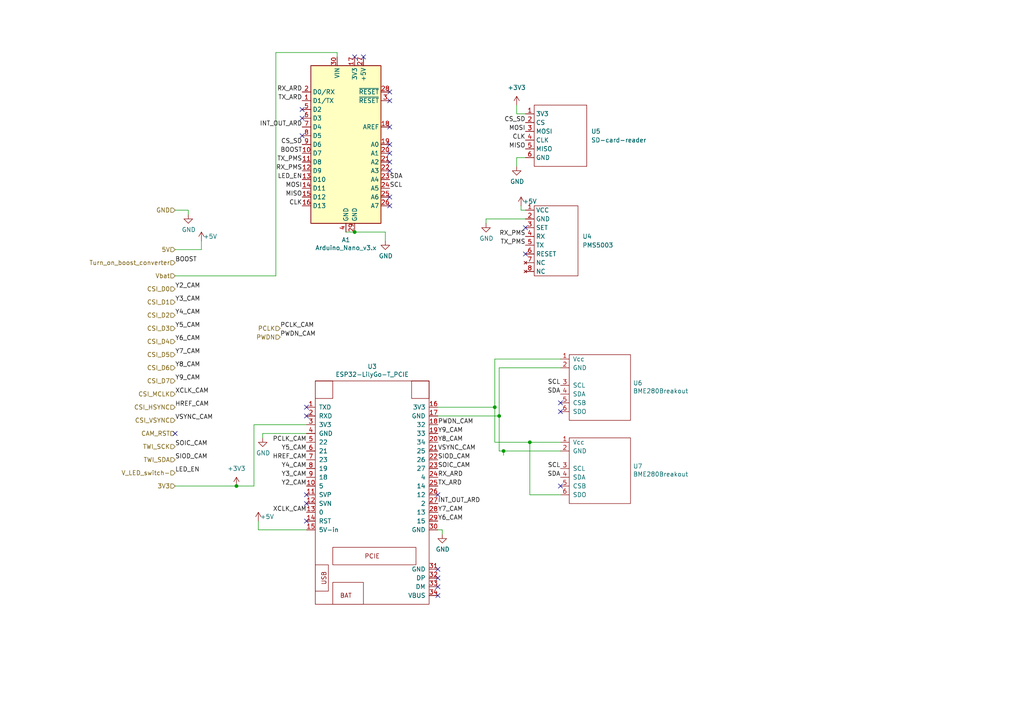
<source format=kicad_sch>
(kicad_sch (version 20211123) (generator eeschema)
  (paper "A4")
  (lib_symbols
    (symbol "MCU_Module:Arduino_Nano_v3.x"
      (property "Reference" "A" (at -10.16 23.495 0))
      (property "Value" "Arduino_Nano_v3.x" (at 5.08 -24.13 0))
      (symbol "Arduino_Nano_v3.x_0_1"
        (rectangle (start -10.16 22.86) (end 10.16 -22.86) (stroke (width 0.254)) (fill (type background)))
      )
      (symbol "Arduino_Nano_v3.x_1_1"
        (pin bidirectional line (at -12.7 12.7 0) (length 2.54) (name "D1/TX") (number "1"))
        (pin bidirectional line (at -12.7 -2.54 0) (length 2.54) (name "D7") (number "10"))
        (pin bidirectional line (at -12.7 -5.08 0) (length 2.54) (name "D8") (number "11"))
        (pin bidirectional line (at -12.7 -7.62 0) (length 2.54) (name "D9") (number "12"))
        (pin bidirectional line (at -12.7 -10.16 0) (length 2.54) (name "D10") (number "13"))
        (pin bidirectional line (at -12.7 -12.7 0) (length 2.54) (name "D11") (number "14"))
        (pin bidirectional line (at -12.7 -15.24 0) (length 2.54) (name "D12") (number "15"))
        (pin bidirectional line (at -12.7 -17.78 0) (length 2.54) (name "D13") (number "16"))
        (pin power_out line (at 2.54 25.4 270) (length 2.54) (name "3V3") (number "17"))
        (pin input line (at 12.7 5.08 180) (length 2.54) (name "AREF") (number "18"))
        (pin bidirectional line (at 12.7 0 180) (length 2.54) (name "A0") (number "19"))
        (pin bidirectional line (at -12.7 15.24 0) (length 2.54) (name "D0/RX") (number "2"))
        (pin bidirectional line (at 12.7 -2.54 180) (length 2.54) (name "A1") (number "20"))
        (pin bidirectional line (at 12.7 -5.08 180) (length 2.54) (name "A2") (number "21"))
        (pin bidirectional line (at 12.7 -7.62 180) (length 2.54) (name "A3") (number "22"))
        (pin bidirectional line (at 12.7 -10.16 180) (length 2.54) (name "A4") (number "23"))
        (pin bidirectional line (at 12.7 -12.7 180) (length 2.54) (name "A5") (number "24"))
        (pin bidirectional line (at 12.7 -15.24 180) (length 2.54) (name "A6") (number "25"))
        (pin bidirectional line (at 12.7 -17.78 180) (length 2.54) (name "A7") (number "26"))
        (pin power_out line (at 5.08 25.4 270) (length 2.54) (name "+5V") (number "27"))
        (pin input line (at 12.7 15.24 180) (length 2.54) (name "~{RESET}") (number "28"))
        (pin power_in line (at 2.54 -25.4 90) (length 2.54) (name "GND") (number "29"))
        (pin input line (at 12.7 12.7 180) (length 2.54) (name "~{RESET}") (number "3"))
        (pin power_in line (at -2.54 25.4 270) (length 2.54) (name "VIN") (number "30"))
        (pin power_in line (at 0 -25.4 90) (length 2.54) (name "GND") (number "4"))
        (pin bidirectional line (at -12.7 10.16 0) (length 2.54) (name "D2") (number "5"))
        (pin bidirectional line (at -12.7 7.62 0) (length 2.54) (name "D3") (number "6"))
        (pin bidirectional line (at -12.7 5.08 0) (length 2.54) (name "D4") (number "7"))
        (pin bidirectional line (at -12.7 2.54 0) (length 2.54) (name "D5") (number "8"))
        (pin bidirectional line (at -12.7 0 0) (length 2.54) (name "D6") (number "9"))
      )
    )
    (symbol "power:+3V3" (power) (pin_names (offset 0))
      (property "Value" "+3V3" (at 0 3.556 0))
      (symbol "+3V3_0_1"
        (polyline (pts (xy -0.762 1.27) (xy 0 2.54)))
        (polyline (pts (xy 0 0) (xy 0 2.54)))
        (polyline (pts (xy 0 2.54) (xy 0.762 1.27)))
      )
      (symbol "+3V3_1_1"
        (pin power_in line (at 0 0 90) (length 0) hide (name "+3V3") (number "1"))
      )
    )
    (symbol "power:+5V" (power) (pin_names (offset 0))
      (property "Value" "+5V" (at 0 3.556 0))
      (symbol "+5V_0_1"
        (polyline (pts (xy -0.762 1.27) (xy 0 2.54)))
        (polyline (pts (xy 0 0) (xy 0 2.54)))
        (polyline (pts (xy 0 2.54) (xy 0.762 1.27)))
      )
      (symbol "+5V_1_1"
        (pin power_in line (at 0 0 90) (length 0) hide (name "+5V") (number "1"))
      )
    )
    (symbol "power:GND" (power) (pin_names (offset 0))
      (property "Value" "GND" (at 0 -3.81 0))
      (symbol "GND_0_1"
        (polyline (pts (xy 0 0) (xy 0 -1.27) (xy 1.27 -1.27) (xy 0 -2.54) (xy -1.27 -1.27) (xy 0 -1.27)))
      )
      (symbol "GND_1_1"
        (pin power_in line (at 0 0 270) (length 0) hide (name "GND") (number "1"))
      )
    )
    (symbol "vogelhuisje_kicad-cache:PMS5003"
      (property "Reference" "U" (at 0 -12.7 0))
      (property "Value" "PMS5003" (at 0 10.16 0))
      (symbol "PMS5003_0_1"
        (rectangle (start -6.35 8.89) (end 6.35 -11.43))
      )
      (symbol "PMS5003_1_1"
        (pin power_in line (at -8.89 7.62 0) (length 2.54) (name "VCC") (number "1"))
        (pin power_in line (at -8.89 5.08 0) (length 2.54) (name "GND") (number "2"))
        (pin input line (at -8.89 2.54 0) (length 2.54) (name "SET") (number "3"))
        (pin input line (at -8.89 0 0) (length 2.54) (name "RX") (number "4"))
        (pin output line (at -8.89 -2.54 0) (length 2.54) (name "TX") (number "5"))
        (pin input line (at -8.89 -5.08 0) (length 2.54) (name "RESET") (number "6"))
        (pin no_connect line (at -8.89 -7.62 0) (length 2.54) (name "NC") (number "7"))
        (pin no_connect line (at -8.89 -10.16 0) (length 2.54) (name "NC") (number "8"))
      )
    )
    (symbol "vogelhuisje_kicad-cache:SD-card-reader"
      (property "Reference" "U5" (at 8.89 0.0001 0))
      (property "Value" "SD-card-reader" (at 8.89 -2.5399 0))
      (symbol "SD-card-reader_0_1"
        (rectangle (start -7.62 7.62) (end 7.62 -10.16))
      )
      (symbol "SD-card-reader_1_1"
        (pin power_in line (at -10.16 5.08 0) (length 2.54) (name "3V3") (number "1"))
        (pin input line (at -10.16 2.54 0) (length 2.54) (name "CS") (number "2"))
        (pin input line (at -10.16 0 0) (length 2.54) (name "MOSI") (number "3"))
        (pin input line (at -10.16 -2.54 0) (length 2.54) (name "CLK") (number "4"))
        (pin output line (at -10.16 -5.08 0) (length 2.54) (name "MISO") (number "5"))
        (pin power_in line (at -10.16 -7.62 0) (length 2.54) (name "GND") (number "6"))
      )
    )
    (symbol "voglehuisje_sensors_and_ESP:BME280Breakout" (pin_names (offset 1.016))
      (property "Reference" "U" (at 0 0 0))
      (property "Value" "voglehuisje_sensors_and_ESP_BME280Breakout" (at 0 3.81 0))
      (symbol "BME280Breakout_0_1"
        (rectangle (start 8.89 10.16) (end -8.89 -8.89))
      )
      (symbol "BME280Breakout_1_1"
        (pin input line (at -11.43 8.89 0) (length 2.54) (name "Vcc") (number "1"))
        (pin input line (at -11.43 6.35 0) (length 2.54) (name "GND") (number "2"))
        (pin bidirectional line (at -11.43 1.27 0) (length 2.54) (name "SCL") (number "3"))
        (pin bidirectional line (at -11.43 -1.27 0) (length 2.54) (name "SDA") (number "4"))
        (pin bidirectional line (at -11.43 -3.81 0) (length 2.54) (name "CSB") (number "5"))
        (pin bidirectional line (at -11.43 -6.35 0) (length 2.54) (name "SDO") (number "6"))
      )
    )
    (symbol "voglehuisje_sensors_and_ESP:ESP32-LilyGo-T_PCIE" (pin_names (offset 1.016))
      (property "Reference" "U3" (at 1.27 46.101 0))
      (property "Value" "ESP32-LilyGo-T_PCIE" (at 1.27 43.7896 0))
      (symbol "ESP32-LilyGo-T_PCIE_0_0"
        (text "BAT" (at -6.35 -20.32 0) (effects (font (size 1.27 1.27))))
        (text "PCIE" (at 1.27 -8.89 0) (effects (font (size 1.27 1.27))))
        (text "USB" (at -12.7 -15.24 900) (effects (font (size 1.27 1.27))))
      )
      (symbol "ESP32-LilyGo-T_PCIE_0_1"
        (rectangle (start -15.24 -11.43) (end -11.43 -19.05))
        (rectangle (start -15.24 41.91) (end -10.16 36.83))
        (rectangle (start -15.24 41.91) (end 17.78 -22.86))
        (rectangle (start -10.16 -22.86) (end -1.27 -16.51))
        (rectangle (start -10.16 -11.43) (end 13.97 -6.35))
        (rectangle (start 17.78 41.91) (end 12.7 36.83))
      )
      (symbol "ESP32-LilyGo-T_PCIE_1_1"
        (pin output line (at -17.78 34.29 0) (length 2.54) (name "TXD") (number "1"))
        (pin bidirectional line (at -17.78 11.43 0) (length 2.54) (name "5") (number "10"))
        (pin bidirectional line (at -17.78 8.89 0) (length 2.54) (name "SVP") (number "11"))
        (pin bidirectional line (at -17.78 6.35 0) (length 2.54) (name "SVN") (number "12"))
        (pin bidirectional line (at -17.78 3.81 0) (length 2.54) (name "0") (number "13"))
        (pin input line (at -17.78 1.27 0) (length 2.54) (name "RST") (number "14"))
        (pin power_in line (at -17.78 -1.27 0) (length 2.54) (name "5V-in") (number "15"))
        (pin power_out line (at 20.32 34.29 180) (length 2.54) (name "3V3") (number "16"))
        (pin power_out line (at 20.32 31.75 180) (length 2.54) (name "GND") (number "17"))
        (pin bidirectional line (at 20.32 29.21 180) (length 2.54) (name "32") (number "18"))
        (pin bidirectional line (at 20.32 26.67 180) (length 2.54) (name "33") (number "19"))
        (pin input line (at -17.78 31.75 0) (length 2.54) (name "RXD") (number "2"))
        (pin bidirectional line (at 20.32 24.13 180) (length 2.54) (name "34") (number "20"))
        (pin bidirectional line (at 20.32 21.59 180) (length 2.54) (name "25") (number "21"))
        (pin bidirectional line (at 20.32 19.05 180) (length 2.54) (name "26") (number "22"))
        (pin bidirectional line (at 20.32 16.51 180) (length 2.54) (name "27") (number "23"))
        (pin bidirectional line (at 20.32 13.97 180) (length 2.54) (name "4") (number "24"))
        (pin bidirectional line (at 20.32 11.43 180) (length 2.54) (name "14") (number "25"))
        (pin bidirectional line (at 20.32 8.89 180) (length 2.54) (name "12") (number "26"))
        (pin bidirectional line (at 20.32 6.35 180) (length 2.54) (name "2") (number "27"))
        (pin bidirectional line (at 20.32 3.81 180) (length 2.54) (name "13") (number "28"))
        (pin bidirectional line (at 20.32 1.27 180) (length 2.54) (name "15") (number "29"))
        (pin power_out line (at -17.78 29.21 0) (length 2.54) (name "3V3") (number "3"))
        (pin power_in line (at 20.32 -1.27 180) (length 2.54) (name "GND") (number "30"))
        (pin output line (at 20.32 -12.7 180) (length 2.54) (name "GND") (number "31"))
        (pin output line (at 20.32 -15.24 180) (length 2.54) (name "DP") (number "32"))
        (pin output line (at 20.32 -17.78 180) (length 2.54) (name "DM") (number "33"))
        (pin output line (at 20.32 -20.32 180) (length 2.54) (name "VBUS") (number "34"))
        (pin power_in line (at -17.78 26.67 0) (length 2.54) (name "GND") (number "4"))
        (pin bidirectional line (at -17.78 24.13 0) (length 2.54) (name "22") (number "5"))
        (pin bidirectional line (at -17.78 21.59 0) (length 2.54) (name "21") (number "6"))
        (pin bidirectional line (at -17.78 19.05 0) (length 2.54) (name "23") (number "7"))
        (pin bidirectional line (at -17.78 16.51 0) (length 2.54) (name "19") (number "8"))
        (pin bidirectional line (at -17.78 13.97 0) (length 2.54) (name "18") (number "9"))
      )
    )
  )
  (junction (at 153.67 128.27))
  (junction (at 68.58 140.97))
  (junction (at 102.87 67.31))
  (junction (at 143.51 118.11))
  (junction (at 146.05 130.81))
  (junction (at 144.78 120.65))
  (no_connect (at 127 143.51))
  (no_connect (at 50.8 125.73))
  (no_connect (at 88.9 151.13))
  (no_connect (at 88.9 146.05))
  (no_connect (at 88.9 143.51))
  (no_connect (at 127 165.1))
  (no_connect (at 127 167.64))
  (no_connect (at 127 170.18))
  (no_connect (at 127 172.72))
  (no_connect (at 87.63 39.37))
  (no_connect (at 113.03 46.99))
  (no_connect (at 113.03 49.53))
  (no_connect (at 113.03 59.69))
  (no_connect (at 113.03 57.15))
  (no_connect (at 113.03 26.67))
  (no_connect (at 113.03 29.21))
  (no_connect (at 113.03 36.83))
  (no_connect (at 113.03 41.91))
  (no_connect (at 113.03 44.45))
  (no_connect (at 87.63 34.29))
  (no_connect (at 87.63 31.75))
  (no_connect (at 102.87 16.51))
  (no_connect (at 152.4 66.04))
  (no_connect (at 152.4 73.66))
  (no_connect (at 105.41 16.51))
  (no_connect (at 162.56 119.38))
  (no_connect (at 162.56 116.84))
  (no_connect (at 162.56 140.97))
  (no_connect (at 88.9 118.11))
  (no_connect (at 88.9 120.65))
  (wire (pts (xy 143.51 128.27) (xy 153.67 128.27)))
  (wire (pts (xy 97.79 15.24) (xy 97.79 16.51)))
  (wire (pts (xy 100.33 67.31) (xy 102.87 67.31)))
  (wire (pts (xy 153.67 143.51) (xy 162.56 143.51)))
  (wire (pts (xy 144.78 130.81) (xy 146.05 130.81)))
  (wire (pts (xy 50.8 80.01) (xy 80.01 80.01)))
  (wire (pts (xy 149.86 30.48) (xy 149.86 33.02)))
  (wire (pts (xy 149.86 45.72) (xy 149.86 48.26)))
  (wire (pts (xy 140.97 63.5) (xy 152.4 63.5)))
  (wire (pts (xy 143.51 104.14) (xy 162.56 104.14)))
  (wire (pts (xy 128.27 153.67) (xy 127 153.67)))
  (wire (pts (xy 58.42 72.39) (xy 58.42 69.85)))
  (wire (pts (xy 73.66 140.97) (xy 73.66 123.19)))
  (wire (pts (xy 149.86 33.02) (xy 152.4 33.02)))
  (wire (pts (xy 140.97 63.5) (xy 140.97 64.77)))
  (wire (pts (xy 74.93 151.13) (xy 74.93 153.67)))
  (wire (pts (xy 152.4 45.72) (xy 149.86 45.72)))
  (wire (pts (xy 102.87 67.31) (xy 111.76 67.31)))
  (wire (pts (xy 144.78 106.68) (xy 162.56 106.68)))
  (wire (pts (xy 76.2 127) (xy 76.2 125.73)))
  (wire (pts (xy 80.01 80.01) (xy 80.01 15.24)))
  (wire (pts (xy 54.61 60.96) (xy 54.61 62.23)))
  (wire (pts (xy 50.8 72.39) (xy 58.42 72.39)))
  (wire (pts (xy 151.13 60.96) (xy 152.4 60.96)))
  (wire (pts (xy 74.93 153.67) (xy 88.9 153.67)))
  (wire (pts (xy 128.27 154.94) (xy 128.27 153.67)))
  (wire (pts (xy 76.2 125.73) (xy 88.9 125.73)))
  (wire (pts (xy 153.67 128.27) (xy 153.67 143.51)))
  (wire (pts (xy 151.13 59.69) (xy 151.13 60.96)))
  (wire (pts (xy 73.66 123.19) (xy 88.9 123.19)))
  (wire (pts (xy 146.05 132.08) (xy 146.05 130.81)))
  (wire (pts (xy 80.01 15.24) (xy 97.79 15.24)))
  (wire (pts (xy 144.78 120.65) (xy 144.78 106.68)))
  (wire (pts (xy 146.05 130.81) (xy 162.56 130.81)))
  (wire (pts (xy 68.58 140.97) (xy 73.66 140.97)))
  (wire (pts (xy 153.67 128.27) (xy 162.56 128.27)))
  (wire (pts (xy 127 118.11) (xy 143.51 118.11)))
  (wire (pts (xy 111.76 67.31) (xy 111.76 69.85)))
  (wire (pts (xy 127 120.65) (xy 144.78 120.65)))
  (wire (pts (xy 50.8 60.96) (xy 54.61 60.96)))
  (wire (pts (xy 143.51 118.11) (xy 143.51 104.14)))
  (wire (pts (xy 144.78 120.65) (xy 144.78 130.81)))
  (wire (pts (xy 50.8 140.97) (xy 68.58 140.97)))
  (wire (pts (xy 143.51 118.11) (xy 143.51 128.27)))
  (label "Y9_CAM" (at 50.8 110.49 0))
  (label "CLK" (at 152.4 40.64 180))
  (label "RX_ARD" (at 127 138.43 0))
  (label "Y8_CAM" (at 127 128.27 0))
  (label "Y3_CAM" (at 50.8 87.63 0))
  (label "SDA" (at 162.56 114.3 180))
  (label "TX_PMS" (at 87.63 46.99 180))
  (label "LED_EN" (at 87.63 52.07 180))
  (label "SCL" (at 113.03 54.61 0))
  (label "BOOST" (at 87.63 44.45 180))
  (label "XCLK_CAM" (at 88.9 148.59 180))
  (label "RX_PMS" (at 87.63 49.53 180))
  (label "TX_PMS" (at 152.4 71.12 180))
  (label "Y7_CAM" (at 127 148.59 0))
  (label "MOSI" (at 87.63 54.61 180))
  (label "Y6_CAM" (at 127 151.13 0))
  (label "Y3_CAM" (at 88.9 138.43 180))
  (label "MISO" (at 87.63 57.15 180))
  (label "CS_SD" (at 152.4 35.56 180))
  (label "MISO" (at 152.4 43.18 180))
  (label "RX_ARD" (at 87.63 26.67 180))
  (label "INT_OUT_ARD" (at 87.63 36.83 180))
  (label "HREF_CAM" (at 88.9 133.35 180))
  (label "TX_ARD" (at 87.63 29.21 180))
  (label "Y7_CAM" (at 50.8 102.87 0))
  (label "XCLK_CAM" (at 50.8 114.3 0))
  (label "SOIC_CAM" (at 127 135.89 0))
  (label "VSYNC_CAM" (at 127 130.81 0))
  (label "SIOD_CAM" (at 50.8 133.35 0))
  (label "Y5_CAM" (at 50.8 95.25 0))
  (label "Y4_CAM" (at 50.8 91.44 0))
  (label "Y8_CAM" (at 50.8 106.68 0))
  (label "CS_SD" (at 87.63 41.91 180))
  (label "SDA" (at 162.56 138.43 180))
  (label "LED_EN" (at 50.8 137.16 0))
  (label "PCLK_CAM" (at 88.9 128.27 180))
  (label "Y2_CAM" (at 88.9 140.97 180))
  (label "PCLK_CAM" (at 81.28 95.25 0))
  (label "TX_ARD" (at 127 140.97 0))
  (label "SDA" (at 113.03 52.07 0))
  (label "CLK" (at 87.63 59.69 180))
  (label "VSYNC_CAM" (at 50.8 121.92 0))
  (label "Y5_CAM" (at 88.9 130.81 180))
  (label "Y2_CAM" (at 50.8 83.82 0))
  (label "SOIC_CAM" (at 50.8 129.54 0))
  (label "HREF_CAM" (at 50.8 118.11 0))
  (label "Y6_CAM" (at 50.8 99.06 0))
  (label "PWDN_CAM" (at 81.28 97.79 0))
  (label "PWDN_CAM" (at 127 123.19 0))
  (label "MOSI" (at 152.4 38.1 180))
  (label "BOOST" (at 50.8 76.2 0))
  (label "INT_OUT_ARD" (at 127 146.05 0))
  (label "Y4_CAM" (at 88.9 135.89 180))
  (label "SCL" (at 162.56 135.89 180))
  (label "SCL" (at 162.56 111.76 180))
  (label "RX_PMS" (at 152.4 68.58 180))
  (label "Y9_CAM" (at 127 125.73 0))
  (label "SIOD_CAM" (at 127 133.35 0))
  (hierarchical_label "3V3" (shape input) (at 50.8 140.97 180))
  (hierarchical_label "PCLK" (shape input) (at 81.28 95.25 180))
  (hierarchical_label "GND" (shape input) (at 50.8 60.96 180))
  (hierarchical_label "PWDN" (shape input) (at 81.28 97.79 180))
  (hierarchical_label "CSI_HSYNC" (shape input) (at 50.8 118.11 180))
  (hierarchical_label "CSI_VSYNC" (shape input) (at 50.8 121.92 180))
  (hierarchical_label "Vbat" (shape input) (at 50.8 80.01 180))
  (hierarchical_label "Turn_on_boost_converter" (shape input) (at 50.8 76.2 180))
  (hierarchical_label "CSI_D4" (shape input) (at 50.8 99.06 180))
  (hierarchical_label "CSI_D3" (shape input) (at 50.8 95.25 180))
  (hierarchical_label "CSI_MCLK" (shape input) (at 50.8 114.3 180))
  (hierarchical_label "CAM_RST" (shape input) (at 50.8 125.73 180))
  (hierarchical_label "V_LED_switch-" (shape input) (at 50.8 137.16 180))
  (hierarchical_label "5V" (shape input) (at 50.8 72.39 180))
  (hierarchical_label "TWI_SDA" (shape input) (at 50.8 133.35 180))
  (hierarchical_label "CSI_D7" (shape input) (at 50.8 110.49 180))
  (hierarchical_label "CSI_D1" (shape input) (at 50.8 87.63 180))
  (hierarchical_label "CSI_D2" (shape input) (at 50.8 91.44 180))
  (hierarchical_label "TWI_SCK" (shape input) (at 50.8 129.54 180))
  (hierarchical_label "CSI_D5" (shape input) (at 50.8 102.87 180))
  (hierarchical_label "CSI_D0" (shape input) (at 50.8 83.82 180))
  (hierarchical_label "CSI_D6" (shape input) (at 50.8 106.68 180))
  (symbol (lib_id "MCU_Module:Arduino_Nano_v3.x") (at 100.33 41.91 0) (unit 1)
    (property "Reference" "A1" (at 100.33 69.5706 0))
    (property "Value" "Arduino_Nano_v3.x" (at 100.33 71.882 0))
    (property "Footprint" "Module:Arduino_Nano" (effects hide))
    (property "Datasheet" "http://www.mouser.com/pdfdocs/Gravitech_Arduino_Nano3_0.pdf" (effects hide))
  )
  (symbol (lib_id "voglehuisje_sensors_and_ESP:ESP32-LilyGo-T_PCIE") (at 106.68 152.4 0) (unit 1)
    (property "Reference" "U3" (at 107.95 106.299 0))
    (property "Value" "ESP32-LilyGo-T_PCIE" (at 107.95 108.6104 0))
    (property "Footprint" "components:Lilygo_T_PCIE" (effects hide))
  )
  (symbol (lib_id "voglehuisje_sensors_and_ESP:BME280Breakout") (at 173.99 113.03 0) (unit 1)
    (property "Reference" "U6" (at 183.5912 111.0996 0) (effects (justify left)))
    (property "Value" "BME280Breakout" (at 183.5912 113.411 0) (effects (justify left)))
    (property "Footprint" "Connector_PinHeader_2.54mm:PinHeader_1x06_P2.54mm_Vertical" (effects hide))
  )
  (symbol (lib_id "voglehuisje_sensors_and_ESP:BME280Breakout") (at 173.99 137.16 0) (unit 1)
    (property "Reference" "U7" (at 183.5912 135.2296 0) (effects (justify left)))
    (property "Value" "BME280Breakout" (at 183.5912 137.541 0) (effects (justify left)))
    (property "Footprint" "Connector_PinHeader_2.54mm:PinHeader_1x06_P2.54mm_Vertical" (effects hide))
  )
  (symbol (lib_id "power:GND") (at 128.27 154.94 0) (unit 1)
    (property "Reference" "#PWR0119" (effects hide))
    (property "Value" "GND" (at 128.397 159.3342 0))
  )
  (symbol (lib_id "power:GND") (at 76.2 127 0) (unit 1)
    (property "Reference" "#PWR0117" (effects hide))
    (property "Value" "GND" (at 76.327 131.3942 0))
  )
  (symbol (lib_id "power:GND") (at 111.76 69.85 0) (unit 1)
    (property "Reference" "#PWR0111" (effects hide))
    (property "Value" "GND" (at 111.887 74.2442 0))
  )
  (symbol (lib_id "power:+3V3") (at 68.58 140.97 0) (unit 1)
    (property "Reference" "#PWR0116" (effects hide))
    (property "Value" "+3V3" (at 68.58 135.89 0))
  )
  (symbol (lib_id "power:+3V3") (at 149.86 30.48 0) (unit 1)
    (property "Reference" "#PWR0112" (effects hide))
    (property "Value" "+3V3" (at 149.86 25.4 0))
  )
  (symbol (lib_id "power:+5V") (at 58.42 69.85 0) (unit 1)
    (property "Reference" "#PWR0102" (effects hide))
    (property "Value" "+5V" (at 60.96 68.58 0))
  )
  (symbol (lib_id "vogelhuisje_kicad-cache:SD-card-reader") (at 162.56 38.1 0) (unit 1)
    (property "Reference" "U5" (at 171.45 38.0999 0) (effects (justify left)))
    (property "Value" "SD-card-reader" (at 171.45 40.6399 0) (effects (justify left)))
    (property "Footprint" "Connector_PinSocket_2.54mm:PinSocket_1x06_P2.54mm_Vertical" (effects hide))
  )
  (symbol (lib_id "vogelhuisje_kicad-cache:PMS5003") (at 161.29 68.58 0) (unit 1)
    (property "Reference" "U4" (at 168.91 68.5799 0) (effects (justify left)))
    (property "Value" "PMS5003" (at 168.91 71.1199 0) (effects (justify left)))
    (property "Footprint" "Connector_PinSocket_2.54mm:PinSocket_1x08_P2.54mm_Vertical" (effects hide))
  )
  (symbol (lib_id "power:GND") (at 140.97 64.77 0) (unit 1)
    (property "Reference" "#PWR0113" (effects hide))
    (property "Value" "GND" (at 141.097 69.1642 0))
  )
  (symbol (lib_id "power:GND") (at 149.86 48.26 0) (unit 1)
    (property "Reference" "#PWR0114" (effects hide))
    (property "Value" "GND" (at 149.987 52.6542 0))
  )
  (symbol (lib_id "power:+5V") (at 151.13 59.69 0) (unit 1)
    (property "Reference" "#PWR0115" (effects hide))
    (property "Value" "+5V" (at 153.67 58.42 0))
  )
  (symbol (lib_id "power:+5V") (at 74.93 151.13 0) (unit 1)
    (property "Reference" "#PWR0109" (effects hide))
    (property "Value" "+5V" (at 77.47 149.86 0))
  )
  (symbol (lib_id "power:GND") (at 54.61 62.23 0) (unit 1)
    (property "Reference" "#PWR0108" (effects hide))
    (property "Value" "GND" (at 54.737 66.6242 0))
  )
)
</source>
